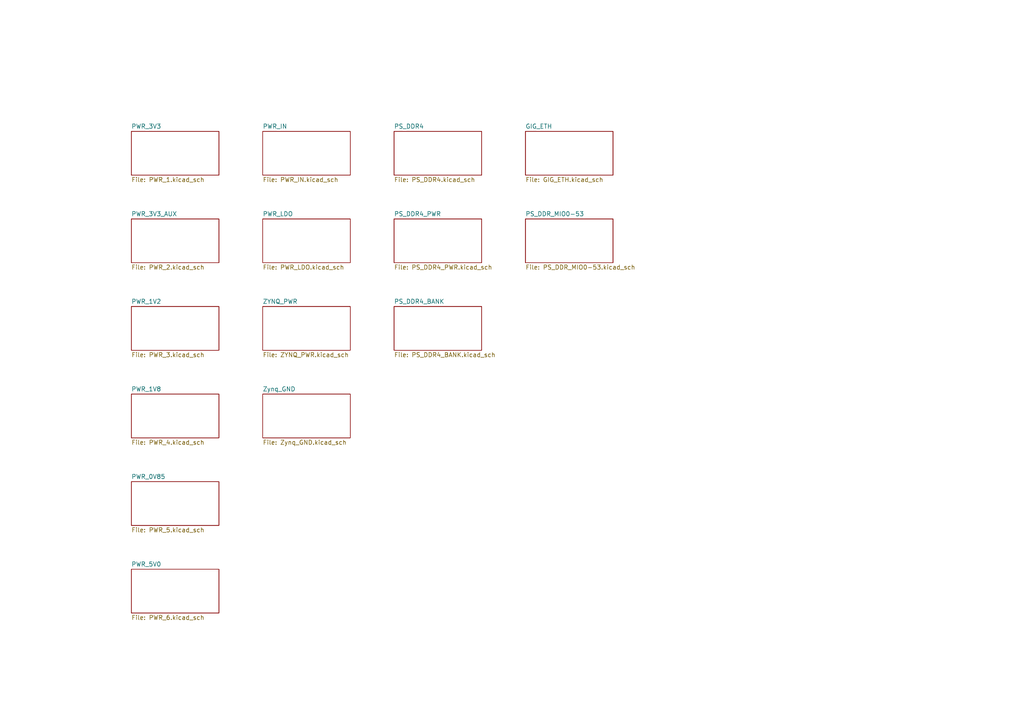
<source format=kicad_sch>
(kicad_sch (version 20230121) (generator eeschema)
  (paper "A4")
  (lib_symbols)
  (sheet (at 76.2 88.9) (size 25.4 12.7) (stroke (width 0.1524))
    (property "Sheetname" "ZYNQ_PWR" (at 76.2 88.1884 0) (effects (justify left bottom)))
    (property "Sheetfile" "ZYNQ_PWR.kicad_sch" (at 76.2 102.1846 0) (effects (justify left top)))
  )
  (sheet (at 152.4 38.1) (size 25.4 12.7) (stroke (width 0.1524))
    (property "Sheetname" "GIG_ETH" (at 152.4 37.3884 0) (effects (justify left bottom)))
    (property "Sheetfile" "GIG_ETH.kicad_sch" (at 152.4 51.3846 0) (effects (justify left top)))
  )
  (sheet (at 38.1 38.1) (size 25.4 12.7) (stroke (width 0.1524))
    (property "Sheetname" "PWR_3V3" (at 38.1 37.3884 0) (effects (justify left bottom)))
    (property "Sheetfile" "PWR_1.kicad_sch" (at 38.1 51.3846 0) (effects (justify left top)))
  )
  (sheet (at 38.1 114.3) (size 25.4 12.7) (stroke (width 0.1524))
    (property "Sheetname" "PWR_1V8" (at 38.1 113.5884 0) (effects (justify left bottom)))
    (property "Sheetfile" "PWR_4.kicad_sch" (at 38.1 127.5846 0) (effects (justify left top)))
  )
  (sheet (at 152.4 63.5) (size 25.4 12.7) (stroke (width 0.1524))
    (property "Sheetname" "PS_DDR_MIO0-53" (at 152.4 62.7884 0) (effects (justify left bottom)))
    (property "Sheetfile" "PS_DDR_MIO0-53.kicad_sch" (at 152.4 76.7846 0) (effects (justify left top)))
  )
  (sheet (at 38.1 165.1) (size 25.4 12.7) (stroke (width 0.1524))
    (property "Sheetname" "PWR_5V0" (at 38.1 164.3884 0) (effects (justify left bottom)))
    (property "Sheetfile" "PWR_6.kicad_sch" (at 38.1 178.3846 0) (effects (justify left top)))
  )
  (sheet (at 76.2 63.5) (size 25.4 12.7) (stroke (width 0.1524))
    (property "Sheetname" "PWR_LDO" (at 76.2 62.7884 0) (effects (justify left bottom)))
    (property "Sheetfile" "PWR_LDO.kicad_sch" (at 76.2 76.7846 0) (effects (justify left top)))
  )
  (sheet (at 114.3 38.1) (size 25.4 12.7) (stroke (width 0.1524))
    (property "Sheetname" "PS_DDR4" (at 114.3 37.3884 0) (effects (justify left bottom)))
    (property "Sheetfile" "PS_DDR4.kicad_sch" (at 114.3 51.3846 0) (effects (justify left top)))
  )
  (sheet (at 38.1 63.5) (size 25.4 12.7) (stroke (width 0.1524))
    (property "Sheetname" "PWR_3V3_AUX" (at 38.1 62.7884 0) (effects (justify left bottom)))
    (property "Sheetfile" "PWR_2.kicad_sch" (at 38.1 76.7846 0) (effects (justify left top)))
  )
  (sheet (at 38.1 139.7) (size 25.4 12.7) (stroke (width 0.1524))
    (property "Sheetname" "PWR_0V85" (at 38.1 138.9884 0) (effects (justify left bottom)))
    (property "Sheetfile" "PWR_5.kicad_sch" (at 38.1 152.9846 0) (effects (justify left top)))
  )
  (sheet (at 76.2 38.1) (size 25.4 12.7) (stroke (width 0.1524))
    (property "Sheetname" "PWR_IN" (at 76.2 37.3884 0) (effects (justify left bottom)))
    (property "Sheetfile" "PWR_IN.kicad_sch" (at 76.2 51.3846 0) (effects (justify left top)))
  )
  (sheet (at 114.3 88.9) (size 25.4 12.7) (stroke (width 0.1524))
    (property "Sheetname" "PS_DDR4_BANK" (at 114.3 88.1884 0) (effects (justify left bottom)))
    (property "Sheetfile" "PS_DDR4_BANK.kicad_sch" (at 114.3 102.1846 0) (effects (justify left top)))
  )
  (sheet (at 38.1 88.9) (size 25.4 12.7) (stroke (width 0.1524))
    (property "Sheetname" "PWR_1V2" (at 38.1 88.1884 0) (effects (justify left bottom)))
    (property "Sheetfile" "PWR_3.kicad_sch" (at 38.1 102.1846 0) (effects (justify left top)))
  )
  (sheet (at 114.3 63.5) (size 25.4 12.7) (stroke (width 0.1524))
    (property "Sheetname" "PS_DDR4_PWR" (at 114.3 62.7884 0) (effects (justify left bottom)))
    (property "Sheetfile" "PS_DDR4_PWR.kicad_sch" (at 114.3 76.7846 0) (effects (justify left top)))
  )
  (sheet (at 76.2 114.3) (size 25.4 12.7) (stroke (width 0.1524))
    (property "Sheetname" "Zynq_GND" (at 76.2 113.5884 0) (effects (justify left bottom)))
    (property "Sheetfile" "Zynq_GND.kicad_sch" (at 76.2 127.5846 0) (effects (justify left top)))
  )
)
</source>
